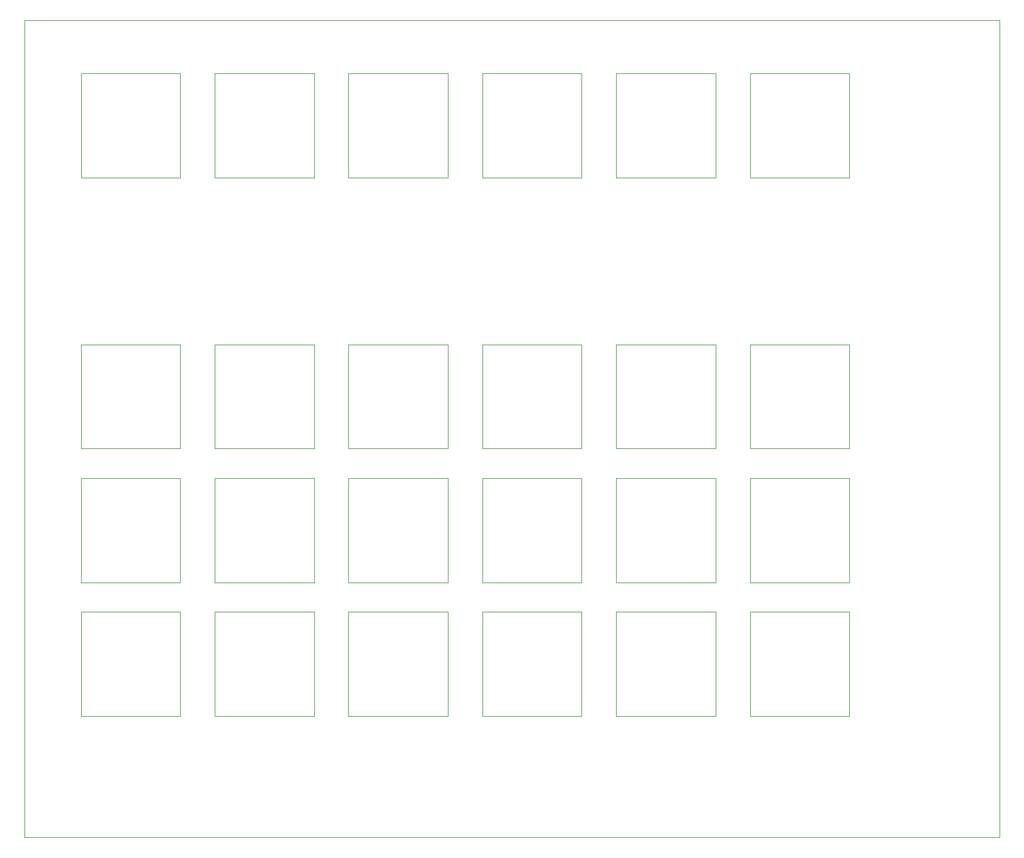
<source format=gbr>
%TF.GenerationSoftware,KiCad,Pcbnew,(5.1.10)-1*%
%TF.CreationDate,2022-05-16T18:50:31-07:00*%
%TF.ProjectId,KeyPad_Board,4b657950-6164-45f4-926f-6172642e6b69,rev?*%
%TF.SameCoordinates,Original*%
%TF.FileFunction,Profile,NP*%
%FSLAX46Y46*%
G04 Gerber Fmt 4.6, Leading zero omitted, Abs format (unit mm)*
G04 Created by KiCad (PCBNEW (5.1.10)-1) date 2022-05-16 18:50:31*
%MOMM*%
%LPD*%
G01*
G04 APERTURE LIST*
%TA.AperFunction,Profile*%
%ADD10C,0.050000*%
%TD*%
G04 APERTURE END LIST*
D10*
X170400000Y-28000000D02*
X170250000Y-28000000D01*
X170400000Y-144000000D02*
X170400000Y-28000000D01*
X170250000Y-144000000D02*
X170400000Y-144000000D01*
X149100000Y-126800000D02*
X149100000Y-112000000D01*
X149100000Y-88800000D02*
X149100000Y-74000000D01*
X149100000Y-107800000D02*
X149100000Y-93000000D01*
X97000000Y-126800000D02*
X111100000Y-126800000D01*
X73100000Y-126800000D02*
X73100000Y-112000000D01*
X59000000Y-112000000D02*
X59000000Y-126800000D01*
X111100000Y-126800000D02*
X111100000Y-112000000D01*
X92100000Y-126800000D02*
X92100000Y-112000000D01*
X59000000Y-112000000D02*
X73100000Y-112000000D01*
X130100000Y-126800000D02*
X130100000Y-112000000D01*
X116000000Y-112000000D02*
X116000000Y-126800000D01*
X78000000Y-112000000D02*
X92100000Y-112000000D01*
X116000000Y-112000000D02*
X130100000Y-112000000D01*
X97000000Y-112000000D02*
X97000000Y-126800000D01*
X135000000Y-126800000D02*
X149100000Y-126800000D01*
X78000000Y-112000000D02*
X78000000Y-126800000D01*
X135000000Y-112000000D02*
X149100000Y-112000000D01*
X135000000Y-112000000D02*
X135000000Y-126800000D01*
X97000000Y-112000000D02*
X111100000Y-112000000D01*
X116000000Y-126800000D02*
X130100000Y-126800000D01*
X59000000Y-126800000D02*
X73100000Y-126800000D01*
X78000000Y-126800000D02*
X92100000Y-126800000D01*
X54100000Y-126800000D02*
X54100000Y-112000000D01*
X40000000Y-112000000D02*
X40000000Y-126800000D01*
X40000000Y-126800000D02*
X54100000Y-126800000D01*
X40000000Y-112000000D02*
X54100000Y-112000000D01*
X97000000Y-107800000D02*
X111100000Y-107800000D01*
X73100000Y-107800000D02*
X73100000Y-93000000D01*
X59000000Y-93000000D02*
X59000000Y-107800000D01*
X111100000Y-107800000D02*
X111100000Y-93000000D01*
X92100000Y-107800000D02*
X92100000Y-93000000D01*
X59000000Y-93000000D02*
X73100000Y-93000000D01*
X130100000Y-107800000D02*
X130100000Y-93000000D01*
X116000000Y-93000000D02*
X116000000Y-107800000D01*
X78000000Y-93000000D02*
X92100000Y-93000000D01*
X116000000Y-93000000D02*
X130100000Y-93000000D01*
X97000000Y-93000000D02*
X97000000Y-107800000D01*
X135000000Y-107800000D02*
X149100000Y-107800000D01*
X78000000Y-93000000D02*
X78000000Y-107800000D01*
X135000000Y-93000000D02*
X149100000Y-93000000D01*
X135000000Y-93000000D02*
X135000000Y-107800000D01*
X97000000Y-93000000D02*
X111100000Y-93000000D01*
X116000000Y-107800000D02*
X130100000Y-107800000D01*
X59000000Y-107800000D02*
X73100000Y-107800000D01*
X78000000Y-107800000D02*
X92100000Y-107800000D01*
X54100000Y-107800000D02*
X54100000Y-93000000D01*
X40000000Y-93000000D02*
X40000000Y-107800000D01*
X40000000Y-107800000D02*
X54100000Y-107800000D01*
X40000000Y-93000000D02*
X54100000Y-93000000D01*
X97000000Y-88800000D02*
X111100000Y-88800000D01*
X73100000Y-88800000D02*
X73100000Y-74000000D01*
X59000000Y-74000000D02*
X59000000Y-88800000D01*
X111100000Y-88800000D02*
X111100000Y-74000000D01*
X92100000Y-88800000D02*
X92100000Y-74000000D01*
X59000000Y-74000000D02*
X73100000Y-74000000D01*
X130100000Y-88800000D02*
X130100000Y-74000000D01*
X116000000Y-74000000D02*
X116000000Y-88800000D01*
X78000000Y-74000000D02*
X92100000Y-74000000D01*
X116000000Y-74000000D02*
X130100000Y-74000000D01*
X97000000Y-74000000D02*
X97000000Y-88800000D01*
X135000000Y-88800000D02*
X149100000Y-88800000D01*
X78000000Y-74000000D02*
X78000000Y-88800000D01*
X135000000Y-74000000D02*
X149100000Y-74000000D01*
X135000000Y-74000000D02*
X135000000Y-88800000D01*
X97000000Y-74000000D02*
X111100000Y-74000000D01*
X116000000Y-88800000D02*
X130100000Y-88800000D01*
X59000000Y-88800000D02*
X73100000Y-88800000D01*
X78000000Y-88800000D02*
X92100000Y-88800000D01*
X54100000Y-88800000D02*
X54100000Y-74000000D01*
X40000000Y-74000000D02*
X40000000Y-88800000D01*
X40000000Y-88800000D02*
X54100000Y-88800000D01*
X40000000Y-74000000D02*
X54100000Y-74000000D01*
X130100000Y-50300000D02*
X130100000Y-35500000D01*
X116000000Y-35500000D02*
X116000000Y-50300000D01*
X149100000Y-50300000D02*
X149100000Y-35500000D01*
X116000000Y-35500000D02*
X130100000Y-35500000D01*
X135000000Y-35500000D02*
X149100000Y-35500000D01*
X135000000Y-35500000D02*
X135000000Y-50300000D01*
X116000000Y-50300000D02*
X130100000Y-50300000D01*
X135000000Y-50300000D02*
X149100000Y-50300000D01*
X111100000Y-50300000D02*
X111100000Y-35500000D01*
X97000000Y-35500000D02*
X97000000Y-50300000D01*
X97000000Y-50300000D02*
X111100000Y-50300000D01*
X97000000Y-35500000D02*
X111100000Y-35500000D01*
X92100000Y-50300000D02*
X92100000Y-35500000D01*
X78000000Y-35500000D02*
X78000000Y-50300000D01*
X78000000Y-50300000D02*
X92100000Y-50300000D01*
X78000000Y-35500000D02*
X92100000Y-35500000D01*
X73100000Y-50300000D02*
X73100000Y-35500000D01*
X59000000Y-35500000D02*
X59000000Y-50300000D01*
X59000000Y-50300000D02*
X73100000Y-50300000D01*
X59000000Y-35500000D02*
X73100000Y-35500000D01*
X40000000Y-35500000D02*
X54100000Y-35500000D01*
X54100000Y-50300000D02*
X54100000Y-35500000D01*
X40000000Y-50300000D02*
X54100000Y-50300000D01*
X40000000Y-35500000D02*
X40000000Y-50300000D01*
X32000000Y-144000000D02*
X170250000Y-144000000D01*
X32000000Y-28000000D02*
X32000000Y-144000000D01*
X170250000Y-28000000D02*
X32000000Y-28000000D01*
M02*

</source>
